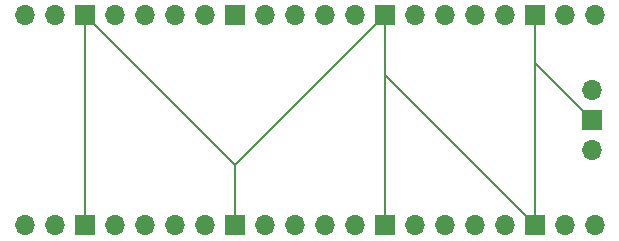
<source format=gbr>
%TF.GenerationSoftware,KiCad,Pcbnew,8.0.6*%
%TF.CreationDate,2025-05-31T15:30:40+01:00*%
%TF.ProjectId,Leo_Ground,4c656f5f-4772-46f7-956e-642e6b696361,rev?*%
%TF.SameCoordinates,Original*%
%TF.FileFunction,Copper,L2,Bot*%
%TF.FilePolarity,Positive*%
%FSLAX46Y46*%
G04 Gerber Fmt 4.6, Leading zero omitted, Abs format (unit mm)*
G04 Created by KiCad (PCBNEW 8.0.6) date 2025-05-31 15:30:40*
%MOMM*%
%LPD*%
G01*
G04 APERTURE LIST*
%TA.AperFunction,ComponentPad*%
%ADD10O,1.700000X1.700000*%
%TD*%
%TA.AperFunction,ComponentPad*%
%ADD11R,1.700000X1.700000*%
%TD*%
%TA.AperFunction,Conductor*%
%ADD12C,0.200000*%
%TD*%
G04 APERTURE END LIST*
D10*
%TO.P,U1,1,GPIO0*%
%TO.N,unconnected-(U1-GPIO0-Pad1)*%
X119760000Y-103780000D03*
%TO.P,U1,2,GPIO1*%
%TO.N,unconnected-(U1-GPIO1-Pad2)*%
X122300000Y-103780000D03*
D11*
%TO.P,U1,3,GND*%
%TO.N,Net-(U1-GND-Pad13)*%
X124840000Y-103780000D03*
D10*
%TO.P,U1,4,GPIO2*%
%TO.N,unconnected-(U1-GPIO2-Pad4)*%
X127380000Y-103780000D03*
%TO.P,U1,5,GPIO3*%
%TO.N,unconnected-(U1-GPIO3-Pad5)*%
X129920000Y-103780000D03*
%TO.P,U1,6,GPIO4*%
%TO.N,unconnected-(U1-GPIO4-Pad6)*%
X132460000Y-103780000D03*
%TO.P,U1,7,GPIO5*%
%TO.N,unconnected-(U1-GPIO5-Pad7)*%
X135000000Y-103780000D03*
D11*
%TO.P,U1,8,GND*%
%TO.N,Net-(U1-GND-Pad13)*%
X137540000Y-103780000D03*
D10*
%TO.P,U1,9,GPIO6*%
%TO.N,unconnected-(U1-GPIO6-Pad9)*%
X140080000Y-103780000D03*
%TO.P,U1,10,GPIO7*%
%TO.N,unconnected-(U1-GPIO7-Pad10)*%
X142620000Y-103780000D03*
%TO.P,U1,11,GPIO8*%
%TO.N,unconnected-(U1-GPIO8-Pad11)*%
X145160000Y-103780000D03*
%TO.P,U1,12,GPIO9*%
%TO.N,unconnected-(U1-GPIO9-Pad12)*%
X147700000Y-103780000D03*
D11*
%TO.P,U1,13,GND*%
%TO.N,Net-(U1-GND-Pad13)*%
X150240000Y-103780000D03*
D10*
%TO.P,U1,14,GPIO10*%
%TO.N,unconnected-(U1-GPIO10-Pad14)*%
X152780000Y-103780000D03*
%TO.P,U1,15,GPIO11*%
%TO.N,unconnected-(U1-GPIO11-Pad15)*%
X155320000Y-103780000D03*
%TO.P,U1,16,GPIO12*%
%TO.N,unconnected-(U1-GPIO12-Pad16)*%
X157860000Y-103780000D03*
%TO.P,U1,17,GPIO13*%
%TO.N,unconnected-(U1-GPIO13-Pad17)*%
X160400000Y-103780000D03*
D11*
%TO.P,U1,18,GND*%
%TO.N,Net-(U1-GND-Pad13)*%
X162940000Y-103780000D03*
D10*
%TO.P,U1,19,GPIO14*%
%TO.N,unconnected-(U1-GPIO14-Pad19)*%
X165480000Y-103780000D03*
%TO.P,U1,20,GPIO15*%
%TO.N,unconnected-(U1-GPIO15-Pad20)*%
X168020000Y-103780000D03*
%TO.P,U1,21,GPIO16*%
%TO.N,Net-(U1-GPIO16)*%
X168020000Y-86000000D03*
%TO.P,U1,22,GPIO17*%
%TO.N,Net-(U1-GPIO17)*%
X165480000Y-86000000D03*
D11*
%TO.P,U1,23,GND*%
%TO.N,Net-(U1-GND-Pad13)*%
X162940000Y-86000000D03*
D10*
%TO.P,U1,24,GPIO18*%
%TO.N,Net-(U1-GPIO18)*%
X160400000Y-86000000D03*
%TO.P,U1,25,GPIO19*%
%TO.N,Net-(U1-GPIO19)*%
X157860000Y-86000000D03*
%TO.P,U1,26,GPIO20*%
%TO.N,unconnected-(U1-GPIO20-Pad26)*%
X155320000Y-86000000D03*
%TO.P,U1,27,GPIO21*%
%TO.N,unconnected-(U1-GPIO21-Pad27)*%
X152780000Y-86000000D03*
D11*
%TO.P,U1,28,GND*%
%TO.N,Net-(U1-GND-Pad13)*%
X150240000Y-86000000D03*
D10*
%TO.P,U1,29,GPIO22*%
%TO.N,unconnected-(U1-GPIO22-Pad29)*%
X147700000Y-86000000D03*
%TO.P,U1,30,RUN*%
%TO.N,unconnected-(U1-RUN-Pad30)*%
X145160000Y-86000000D03*
%TO.P,U1,31,GPIO26_ADC0*%
%TO.N,unconnected-(U1-GPIO26_ADC0-Pad31)*%
X142620000Y-86000000D03*
%TO.P,U1,32,GPIO27_ADC1*%
%TO.N,unconnected-(U1-GPIO27_ADC1-Pad32)*%
X140080000Y-86000000D03*
D11*
%TO.P,U1,33,AGND*%
%TO.N,unconnected-(U1-AGND-Pad33)*%
X137540000Y-86000000D03*
D10*
%TO.P,U1,34,GPIO28_ADC2*%
%TO.N,unconnected-(U1-GPIO28_ADC2-Pad34)*%
X135000000Y-86000000D03*
%TO.P,U1,35,ADC_VREF*%
%TO.N,unconnected-(U1-ADC_VREF-Pad35)*%
X132460000Y-86000000D03*
%TO.P,U1,36,3V3*%
%TO.N,Net-(U1-3V3)*%
X129920000Y-86000000D03*
%TO.P,U1,37,3V3_EN*%
%TO.N,unconnected-(U1-3V3_EN-Pad37)*%
X127380000Y-86000000D03*
D11*
%TO.P,U1,38,GND*%
%TO.N,Net-(U1-GND-Pad13)*%
X124840000Y-86000000D03*
D10*
%TO.P,U1,39,VSYS*%
%TO.N,unconnected-(U1-VSYS-Pad39)*%
X122300000Y-86000000D03*
%TO.P,U1,40,VBUS*%
%TO.N,unconnected-(U1-VBUS-Pad40)*%
X119760000Y-86000000D03*
%TO.P,U1,41,SWCLK*%
%TO.N,unconnected-(U1-SWCLK-Pad41)*%
X167790000Y-97430000D03*
D11*
%TO.P,U1,42,GND*%
%TO.N,Net-(U1-GND-Pad13)*%
X167790000Y-94890000D03*
D10*
%TO.P,U1,43,SWDIO*%
%TO.N,unconnected-(U1-SWDIO-Pad43)*%
X167790000Y-92350000D03*
%TD*%
D12*
%TO.N,Net-(U1-GND-Pad13)*%
X162940000Y-86000000D02*
X162940000Y-103780000D01*
X162940000Y-90040000D02*
X162940000Y-86000000D01*
X150240000Y-86000000D02*
X150240000Y-91080000D01*
X150240000Y-91080000D02*
X162940000Y-103780000D01*
X150240000Y-103780000D02*
X150240000Y-86000000D01*
X150240000Y-86000000D02*
X137540000Y-98700000D01*
X137540000Y-98700000D02*
X124840000Y-86000000D01*
X137540000Y-103780000D02*
X137540000Y-98700000D01*
X124840000Y-103780000D02*
X124840000Y-86000000D01*
X124840000Y-86340000D02*
X125250000Y-86750000D01*
X124840000Y-86000000D02*
X124840000Y-86340000D01*
X167790000Y-94890000D02*
X162940000Y-90040000D01*
%TD*%
M02*

</source>
